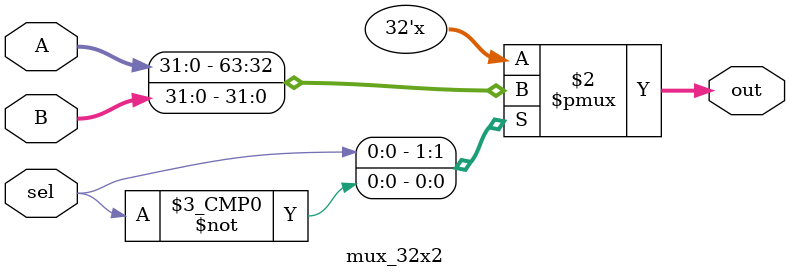
<source format=v>
module mux_32x2(sel, A, B, out);
	input sel;
	input [31:0] A,B;
	output reg [31:0] out;

	always@*
	begin
		case(sel)
      1'b1: out = A;
      1'b0: out = B;
		endcase
	end
endmodule

</source>
